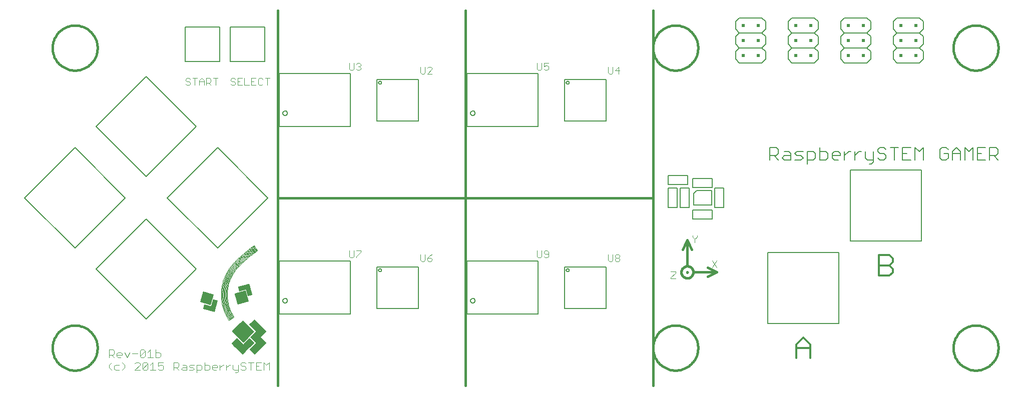
<source format=gto>
G75*
%MOIN*%
%OFA0B0*%
%FSLAX24Y24*%
%IPPOS*%
%LPD*%
%AMOC8*
5,1,8,0,0,1.08239X$1,22.5*
%
%ADD10C,0.0160*%
%ADD11C,0.0018*%
%ADD12C,0.0045*%
%ADD13C,0.0040*%
%ADD14C,0.0070*%
%ADD15C,0.0150*%
%ADD16C,0.0100*%
%ADD17C,0.0120*%
%ADD18C,0.0050*%
%ADD19C,0.0060*%
%ADD20R,0.0200X0.0200*%
D10*
X002609Y002680D02*
X002611Y002757D01*
X002617Y002834D01*
X002627Y002911D01*
X002641Y002987D01*
X002658Y003062D01*
X002680Y003136D01*
X002705Y003209D01*
X002735Y003281D01*
X002767Y003351D01*
X002804Y003419D01*
X002843Y003485D01*
X002886Y003549D01*
X002933Y003611D01*
X002982Y003670D01*
X003035Y003727D01*
X003090Y003781D01*
X003148Y003832D01*
X003209Y003880D01*
X003272Y003925D01*
X003337Y003966D01*
X003404Y004004D01*
X003473Y004039D01*
X003544Y004069D01*
X003616Y004097D01*
X003690Y004120D01*
X003764Y004140D01*
X003840Y004156D01*
X003916Y004168D01*
X003993Y004176D01*
X004070Y004180D01*
X004148Y004180D01*
X004225Y004176D01*
X004302Y004168D01*
X004378Y004156D01*
X004454Y004140D01*
X004528Y004120D01*
X004602Y004097D01*
X004674Y004069D01*
X004745Y004039D01*
X004814Y004004D01*
X004881Y003966D01*
X004946Y003925D01*
X005009Y003880D01*
X005070Y003832D01*
X005128Y003781D01*
X005183Y003727D01*
X005236Y003670D01*
X005285Y003611D01*
X005332Y003549D01*
X005375Y003485D01*
X005414Y003419D01*
X005451Y003351D01*
X005483Y003281D01*
X005513Y003209D01*
X005538Y003136D01*
X005560Y003062D01*
X005577Y002987D01*
X005591Y002911D01*
X005601Y002834D01*
X005607Y002757D01*
X005609Y002680D01*
X005607Y002603D01*
X005601Y002526D01*
X005591Y002449D01*
X005577Y002373D01*
X005560Y002298D01*
X005538Y002224D01*
X005513Y002151D01*
X005483Y002079D01*
X005451Y002009D01*
X005414Y001941D01*
X005375Y001875D01*
X005332Y001811D01*
X005285Y001749D01*
X005236Y001690D01*
X005183Y001633D01*
X005128Y001579D01*
X005070Y001528D01*
X005009Y001480D01*
X004946Y001435D01*
X004881Y001394D01*
X004814Y001356D01*
X004745Y001321D01*
X004674Y001291D01*
X004602Y001263D01*
X004528Y001240D01*
X004454Y001220D01*
X004378Y001204D01*
X004302Y001192D01*
X004225Y001184D01*
X004148Y001180D01*
X004070Y001180D01*
X003993Y001184D01*
X003916Y001192D01*
X003840Y001204D01*
X003764Y001220D01*
X003690Y001240D01*
X003616Y001263D01*
X003544Y001291D01*
X003473Y001321D01*
X003404Y001356D01*
X003337Y001394D01*
X003272Y001435D01*
X003209Y001480D01*
X003148Y001528D01*
X003090Y001579D01*
X003035Y001633D01*
X002982Y001690D01*
X002933Y001749D01*
X002886Y001811D01*
X002843Y001875D01*
X002804Y001941D01*
X002767Y002009D01*
X002735Y002079D01*
X002705Y002151D01*
X002680Y002224D01*
X002658Y002298D01*
X002641Y002373D01*
X002627Y002449D01*
X002617Y002526D01*
X002611Y002603D01*
X002609Y002680D01*
X017609Y000180D02*
X017609Y012680D01*
X042609Y012680D01*
X042609Y000180D01*
X042609Y002680D02*
X042611Y002757D01*
X042617Y002834D01*
X042627Y002911D01*
X042641Y002987D01*
X042658Y003062D01*
X042680Y003136D01*
X042705Y003209D01*
X042735Y003281D01*
X042767Y003351D01*
X042804Y003419D01*
X042843Y003485D01*
X042886Y003549D01*
X042933Y003611D01*
X042982Y003670D01*
X043035Y003727D01*
X043090Y003781D01*
X043148Y003832D01*
X043209Y003880D01*
X043272Y003925D01*
X043337Y003966D01*
X043404Y004004D01*
X043473Y004039D01*
X043544Y004069D01*
X043616Y004097D01*
X043690Y004120D01*
X043764Y004140D01*
X043840Y004156D01*
X043916Y004168D01*
X043993Y004176D01*
X044070Y004180D01*
X044148Y004180D01*
X044225Y004176D01*
X044302Y004168D01*
X044378Y004156D01*
X044454Y004140D01*
X044528Y004120D01*
X044602Y004097D01*
X044674Y004069D01*
X044745Y004039D01*
X044814Y004004D01*
X044881Y003966D01*
X044946Y003925D01*
X045009Y003880D01*
X045070Y003832D01*
X045128Y003781D01*
X045183Y003727D01*
X045236Y003670D01*
X045285Y003611D01*
X045332Y003549D01*
X045375Y003485D01*
X045414Y003419D01*
X045451Y003351D01*
X045483Y003281D01*
X045513Y003209D01*
X045538Y003136D01*
X045560Y003062D01*
X045577Y002987D01*
X045591Y002911D01*
X045601Y002834D01*
X045607Y002757D01*
X045609Y002680D01*
X045607Y002603D01*
X045601Y002526D01*
X045591Y002449D01*
X045577Y002373D01*
X045560Y002298D01*
X045538Y002224D01*
X045513Y002151D01*
X045483Y002079D01*
X045451Y002009D01*
X045414Y001941D01*
X045375Y001875D01*
X045332Y001811D01*
X045285Y001749D01*
X045236Y001690D01*
X045183Y001633D01*
X045128Y001579D01*
X045070Y001528D01*
X045009Y001480D01*
X044946Y001435D01*
X044881Y001394D01*
X044814Y001356D01*
X044745Y001321D01*
X044674Y001291D01*
X044602Y001263D01*
X044528Y001240D01*
X044454Y001220D01*
X044378Y001204D01*
X044302Y001192D01*
X044225Y001184D01*
X044148Y001180D01*
X044070Y001180D01*
X043993Y001184D01*
X043916Y001192D01*
X043840Y001204D01*
X043764Y001220D01*
X043690Y001240D01*
X043616Y001263D01*
X043544Y001291D01*
X043473Y001321D01*
X043404Y001356D01*
X043337Y001394D01*
X043272Y001435D01*
X043209Y001480D01*
X043148Y001528D01*
X043090Y001579D01*
X043035Y001633D01*
X042982Y001690D01*
X042933Y001749D01*
X042886Y001811D01*
X042843Y001875D01*
X042804Y001941D01*
X042767Y002009D01*
X042735Y002079D01*
X042705Y002151D01*
X042680Y002224D01*
X042658Y002298D01*
X042641Y002373D01*
X042627Y002449D01*
X042617Y002526D01*
X042611Y002603D01*
X042609Y002680D01*
X030109Y000180D02*
X030109Y025180D01*
X042609Y025180D02*
X042609Y012680D01*
X017609Y012680D02*
X017609Y025180D01*
X002609Y022680D02*
X002611Y022757D01*
X002617Y022834D01*
X002627Y022911D01*
X002641Y022987D01*
X002658Y023062D01*
X002680Y023136D01*
X002705Y023209D01*
X002735Y023281D01*
X002767Y023351D01*
X002804Y023419D01*
X002843Y023485D01*
X002886Y023549D01*
X002933Y023611D01*
X002982Y023670D01*
X003035Y023727D01*
X003090Y023781D01*
X003148Y023832D01*
X003209Y023880D01*
X003272Y023925D01*
X003337Y023966D01*
X003404Y024004D01*
X003473Y024039D01*
X003544Y024069D01*
X003616Y024097D01*
X003690Y024120D01*
X003764Y024140D01*
X003840Y024156D01*
X003916Y024168D01*
X003993Y024176D01*
X004070Y024180D01*
X004148Y024180D01*
X004225Y024176D01*
X004302Y024168D01*
X004378Y024156D01*
X004454Y024140D01*
X004528Y024120D01*
X004602Y024097D01*
X004674Y024069D01*
X004745Y024039D01*
X004814Y024004D01*
X004881Y023966D01*
X004946Y023925D01*
X005009Y023880D01*
X005070Y023832D01*
X005128Y023781D01*
X005183Y023727D01*
X005236Y023670D01*
X005285Y023611D01*
X005332Y023549D01*
X005375Y023485D01*
X005414Y023419D01*
X005451Y023351D01*
X005483Y023281D01*
X005513Y023209D01*
X005538Y023136D01*
X005560Y023062D01*
X005577Y022987D01*
X005591Y022911D01*
X005601Y022834D01*
X005607Y022757D01*
X005609Y022680D01*
X005607Y022603D01*
X005601Y022526D01*
X005591Y022449D01*
X005577Y022373D01*
X005560Y022298D01*
X005538Y022224D01*
X005513Y022151D01*
X005483Y022079D01*
X005451Y022009D01*
X005414Y021941D01*
X005375Y021875D01*
X005332Y021811D01*
X005285Y021749D01*
X005236Y021690D01*
X005183Y021633D01*
X005128Y021579D01*
X005070Y021528D01*
X005009Y021480D01*
X004946Y021435D01*
X004881Y021394D01*
X004814Y021356D01*
X004745Y021321D01*
X004674Y021291D01*
X004602Y021263D01*
X004528Y021240D01*
X004454Y021220D01*
X004378Y021204D01*
X004302Y021192D01*
X004225Y021184D01*
X004148Y021180D01*
X004070Y021180D01*
X003993Y021184D01*
X003916Y021192D01*
X003840Y021204D01*
X003764Y021220D01*
X003690Y021240D01*
X003616Y021263D01*
X003544Y021291D01*
X003473Y021321D01*
X003404Y021356D01*
X003337Y021394D01*
X003272Y021435D01*
X003209Y021480D01*
X003148Y021528D01*
X003090Y021579D01*
X003035Y021633D01*
X002982Y021690D01*
X002933Y021749D01*
X002886Y021811D01*
X002843Y021875D01*
X002804Y021941D01*
X002767Y022009D01*
X002735Y022079D01*
X002705Y022151D01*
X002680Y022224D01*
X002658Y022298D01*
X002641Y022373D01*
X002627Y022449D01*
X002617Y022526D01*
X002611Y022603D01*
X002609Y022680D01*
X042609Y022680D02*
X042611Y022757D01*
X042617Y022834D01*
X042627Y022911D01*
X042641Y022987D01*
X042658Y023062D01*
X042680Y023136D01*
X042705Y023209D01*
X042735Y023281D01*
X042767Y023351D01*
X042804Y023419D01*
X042843Y023485D01*
X042886Y023549D01*
X042933Y023611D01*
X042982Y023670D01*
X043035Y023727D01*
X043090Y023781D01*
X043148Y023832D01*
X043209Y023880D01*
X043272Y023925D01*
X043337Y023966D01*
X043404Y024004D01*
X043473Y024039D01*
X043544Y024069D01*
X043616Y024097D01*
X043690Y024120D01*
X043764Y024140D01*
X043840Y024156D01*
X043916Y024168D01*
X043993Y024176D01*
X044070Y024180D01*
X044148Y024180D01*
X044225Y024176D01*
X044302Y024168D01*
X044378Y024156D01*
X044454Y024140D01*
X044528Y024120D01*
X044602Y024097D01*
X044674Y024069D01*
X044745Y024039D01*
X044814Y024004D01*
X044881Y023966D01*
X044946Y023925D01*
X045009Y023880D01*
X045070Y023832D01*
X045128Y023781D01*
X045183Y023727D01*
X045236Y023670D01*
X045285Y023611D01*
X045332Y023549D01*
X045375Y023485D01*
X045414Y023419D01*
X045451Y023351D01*
X045483Y023281D01*
X045513Y023209D01*
X045538Y023136D01*
X045560Y023062D01*
X045577Y022987D01*
X045591Y022911D01*
X045601Y022834D01*
X045607Y022757D01*
X045609Y022680D01*
X045607Y022603D01*
X045601Y022526D01*
X045591Y022449D01*
X045577Y022373D01*
X045560Y022298D01*
X045538Y022224D01*
X045513Y022151D01*
X045483Y022079D01*
X045451Y022009D01*
X045414Y021941D01*
X045375Y021875D01*
X045332Y021811D01*
X045285Y021749D01*
X045236Y021690D01*
X045183Y021633D01*
X045128Y021579D01*
X045070Y021528D01*
X045009Y021480D01*
X044946Y021435D01*
X044881Y021394D01*
X044814Y021356D01*
X044745Y021321D01*
X044674Y021291D01*
X044602Y021263D01*
X044528Y021240D01*
X044454Y021220D01*
X044378Y021204D01*
X044302Y021192D01*
X044225Y021184D01*
X044148Y021180D01*
X044070Y021180D01*
X043993Y021184D01*
X043916Y021192D01*
X043840Y021204D01*
X043764Y021220D01*
X043690Y021240D01*
X043616Y021263D01*
X043544Y021291D01*
X043473Y021321D01*
X043404Y021356D01*
X043337Y021394D01*
X043272Y021435D01*
X043209Y021480D01*
X043148Y021528D01*
X043090Y021579D01*
X043035Y021633D01*
X042982Y021690D01*
X042933Y021749D01*
X042886Y021811D01*
X042843Y021875D01*
X042804Y021941D01*
X042767Y022009D01*
X042735Y022079D01*
X042705Y022151D01*
X042680Y022224D01*
X042658Y022298D01*
X042641Y022373D01*
X042627Y022449D01*
X042617Y022526D01*
X042611Y022603D01*
X042609Y022680D01*
X062609Y022680D02*
X062611Y022757D01*
X062617Y022834D01*
X062627Y022911D01*
X062641Y022987D01*
X062658Y023062D01*
X062680Y023136D01*
X062705Y023209D01*
X062735Y023281D01*
X062767Y023351D01*
X062804Y023419D01*
X062843Y023485D01*
X062886Y023549D01*
X062933Y023611D01*
X062982Y023670D01*
X063035Y023727D01*
X063090Y023781D01*
X063148Y023832D01*
X063209Y023880D01*
X063272Y023925D01*
X063337Y023966D01*
X063404Y024004D01*
X063473Y024039D01*
X063544Y024069D01*
X063616Y024097D01*
X063690Y024120D01*
X063764Y024140D01*
X063840Y024156D01*
X063916Y024168D01*
X063993Y024176D01*
X064070Y024180D01*
X064148Y024180D01*
X064225Y024176D01*
X064302Y024168D01*
X064378Y024156D01*
X064454Y024140D01*
X064528Y024120D01*
X064602Y024097D01*
X064674Y024069D01*
X064745Y024039D01*
X064814Y024004D01*
X064881Y023966D01*
X064946Y023925D01*
X065009Y023880D01*
X065070Y023832D01*
X065128Y023781D01*
X065183Y023727D01*
X065236Y023670D01*
X065285Y023611D01*
X065332Y023549D01*
X065375Y023485D01*
X065414Y023419D01*
X065451Y023351D01*
X065483Y023281D01*
X065513Y023209D01*
X065538Y023136D01*
X065560Y023062D01*
X065577Y022987D01*
X065591Y022911D01*
X065601Y022834D01*
X065607Y022757D01*
X065609Y022680D01*
X065607Y022603D01*
X065601Y022526D01*
X065591Y022449D01*
X065577Y022373D01*
X065560Y022298D01*
X065538Y022224D01*
X065513Y022151D01*
X065483Y022079D01*
X065451Y022009D01*
X065414Y021941D01*
X065375Y021875D01*
X065332Y021811D01*
X065285Y021749D01*
X065236Y021690D01*
X065183Y021633D01*
X065128Y021579D01*
X065070Y021528D01*
X065009Y021480D01*
X064946Y021435D01*
X064881Y021394D01*
X064814Y021356D01*
X064745Y021321D01*
X064674Y021291D01*
X064602Y021263D01*
X064528Y021240D01*
X064454Y021220D01*
X064378Y021204D01*
X064302Y021192D01*
X064225Y021184D01*
X064148Y021180D01*
X064070Y021180D01*
X063993Y021184D01*
X063916Y021192D01*
X063840Y021204D01*
X063764Y021220D01*
X063690Y021240D01*
X063616Y021263D01*
X063544Y021291D01*
X063473Y021321D01*
X063404Y021356D01*
X063337Y021394D01*
X063272Y021435D01*
X063209Y021480D01*
X063148Y021528D01*
X063090Y021579D01*
X063035Y021633D01*
X062982Y021690D01*
X062933Y021749D01*
X062886Y021811D01*
X062843Y021875D01*
X062804Y021941D01*
X062767Y022009D01*
X062735Y022079D01*
X062705Y022151D01*
X062680Y022224D01*
X062658Y022298D01*
X062641Y022373D01*
X062627Y022449D01*
X062617Y022526D01*
X062611Y022603D01*
X062609Y022680D01*
X062609Y002680D02*
X062611Y002757D01*
X062617Y002834D01*
X062627Y002911D01*
X062641Y002987D01*
X062658Y003062D01*
X062680Y003136D01*
X062705Y003209D01*
X062735Y003281D01*
X062767Y003351D01*
X062804Y003419D01*
X062843Y003485D01*
X062886Y003549D01*
X062933Y003611D01*
X062982Y003670D01*
X063035Y003727D01*
X063090Y003781D01*
X063148Y003832D01*
X063209Y003880D01*
X063272Y003925D01*
X063337Y003966D01*
X063404Y004004D01*
X063473Y004039D01*
X063544Y004069D01*
X063616Y004097D01*
X063690Y004120D01*
X063764Y004140D01*
X063840Y004156D01*
X063916Y004168D01*
X063993Y004176D01*
X064070Y004180D01*
X064148Y004180D01*
X064225Y004176D01*
X064302Y004168D01*
X064378Y004156D01*
X064454Y004140D01*
X064528Y004120D01*
X064602Y004097D01*
X064674Y004069D01*
X064745Y004039D01*
X064814Y004004D01*
X064881Y003966D01*
X064946Y003925D01*
X065009Y003880D01*
X065070Y003832D01*
X065128Y003781D01*
X065183Y003727D01*
X065236Y003670D01*
X065285Y003611D01*
X065332Y003549D01*
X065375Y003485D01*
X065414Y003419D01*
X065451Y003351D01*
X065483Y003281D01*
X065513Y003209D01*
X065538Y003136D01*
X065560Y003062D01*
X065577Y002987D01*
X065591Y002911D01*
X065601Y002834D01*
X065607Y002757D01*
X065609Y002680D01*
X065607Y002603D01*
X065601Y002526D01*
X065591Y002449D01*
X065577Y002373D01*
X065560Y002298D01*
X065538Y002224D01*
X065513Y002151D01*
X065483Y002079D01*
X065451Y002009D01*
X065414Y001941D01*
X065375Y001875D01*
X065332Y001811D01*
X065285Y001749D01*
X065236Y001690D01*
X065183Y001633D01*
X065128Y001579D01*
X065070Y001528D01*
X065009Y001480D01*
X064946Y001435D01*
X064881Y001394D01*
X064814Y001356D01*
X064745Y001321D01*
X064674Y001291D01*
X064602Y001263D01*
X064528Y001240D01*
X064454Y001220D01*
X064378Y001204D01*
X064302Y001192D01*
X064225Y001184D01*
X064148Y001180D01*
X064070Y001180D01*
X063993Y001184D01*
X063916Y001192D01*
X063840Y001204D01*
X063764Y001220D01*
X063690Y001240D01*
X063616Y001263D01*
X063544Y001291D01*
X063473Y001321D01*
X063404Y001356D01*
X063337Y001394D01*
X063272Y001435D01*
X063209Y001480D01*
X063148Y001528D01*
X063090Y001579D01*
X063035Y001633D01*
X062982Y001690D01*
X062933Y001749D01*
X062886Y001811D01*
X062843Y001875D01*
X062804Y001941D01*
X062767Y002009D01*
X062735Y002079D01*
X062705Y002151D01*
X062680Y002224D01*
X062658Y002298D01*
X062641Y002373D01*
X062627Y002449D01*
X062617Y002526D01*
X062611Y002603D01*
X062609Y002680D01*
D11*
X016826Y003021D02*
X016068Y002263D01*
X015742Y002589D01*
X016394Y002589D01*
X016410Y002605D02*
X015758Y002605D01*
X015742Y002589D02*
X016174Y003021D01*
X015799Y003397D01*
X016174Y003773D01*
X015714Y004233D01*
X016040Y004559D01*
X016826Y003773D01*
X016451Y003397D01*
X016826Y003021D01*
X016823Y003018D02*
X016171Y003018D01*
X016161Y003034D02*
X016813Y003034D01*
X016797Y003051D02*
X016145Y003051D01*
X016128Y003067D02*
X016780Y003067D01*
X016764Y003084D02*
X016112Y003084D01*
X016095Y003100D02*
X016747Y003100D01*
X016731Y003117D02*
X016079Y003117D01*
X016062Y003133D02*
X016714Y003133D01*
X016698Y003150D02*
X016046Y003150D01*
X016029Y003166D02*
X016681Y003166D01*
X016665Y003183D02*
X016013Y003183D01*
X015996Y003199D02*
X016648Y003199D01*
X016632Y003216D02*
X015980Y003216D01*
X015963Y003232D02*
X016615Y003232D01*
X016599Y003249D02*
X015947Y003249D01*
X015930Y003265D02*
X016582Y003265D01*
X016566Y003282D02*
X015914Y003282D01*
X015897Y003298D02*
X016549Y003298D01*
X016533Y003315D02*
X015881Y003315D01*
X015864Y003331D02*
X016516Y003331D01*
X016500Y003348D02*
X015848Y003348D01*
X015831Y003364D02*
X016483Y003364D01*
X016467Y003381D02*
X015815Y003381D01*
X015799Y003397D02*
X016451Y003397D01*
X016468Y003414D02*
X015816Y003414D01*
X015832Y003430D02*
X016484Y003430D01*
X016501Y003447D02*
X015849Y003447D01*
X015865Y003463D02*
X016517Y003463D01*
X016534Y003480D02*
X015882Y003480D01*
X015898Y003496D02*
X016550Y003496D01*
X016567Y003513D02*
X015915Y003513D01*
X015931Y003529D02*
X016583Y003529D01*
X016600Y003546D02*
X015948Y003546D01*
X015964Y003562D02*
X016616Y003562D01*
X016633Y003579D02*
X015981Y003579D01*
X015997Y003595D02*
X016649Y003595D01*
X016666Y003612D02*
X016014Y003612D01*
X016030Y003628D02*
X016682Y003628D01*
X016699Y003645D02*
X016047Y003645D01*
X016063Y003661D02*
X016715Y003661D01*
X016732Y003678D02*
X016080Y003678D01*
X016096Y003694D02*
X016748Y003694D01*
X016765Y003711D02*
X016113Y003711D01*
X016129Y003727D02*
X016781Y003727D01*
X016798Y003744D02*
X016146Y003744D01*
X016162Y003760D02*
X016814Y003760D01*
X016822Y003777D02*
X016170Y003777D01*
X016153Y003793D02*
X016805Y003793D01*
X016789Y003810D02*
X016137Y003810D01*
X016120Y003826D02*
X016772Y003826D01*
X016756Y003843D02*
X016104Y003843D01*
X016087Y003859D02*
X016739Y003859D01*
X016723Y003876D02*
X016071Y003876D01*
X016054Y003892D02*
X016706Y003892D01*
X016690Y003909D02*
X016038Y003909D01*
X016021Y003925D02*
X016673Y003925D01*
X016657Y003942D02*
X016005Y003942D01*
X015988Y003958D02*
X016640Y003958D01*
X016624Y003975D02*
X015972Y003975D01*
X015955Y003991D02*
X016607Y003991D01*
X016591Y004008D02*
X015939Y004008D01*
X015922Y004024D02*
X016574Y004024D01*
X016558Y004041D02*
X015906Y004041D01*
X015889Y004057D02*
X016541Y004057D01*
X016525Y004074D02*
X015873Y004074D01*
X015856Y004090D02*
X016508Y004090D01*
X016492Y004107D02*
X015840Y004107D01*
X015823Y004123D02*
X016475Y004123D01*
X016459Y004140D02*
X015807Y004140D01*
X015790Y004156D02*
X016442Y004156D01*
X016426Y004173D02*
X015774Y004173D01*
X015757Y004189D02*
X016409Y004189D01*
X016393Y004206D02*
X015741Y004206D01*
X015724Y004222D02*
X016376Y004222D01*
X016360Y004239D02*
X015719Y004239D01*
X015736Y004255D02*
X016343Y004255D01*
X016327Y004272D02*
X015752Y004272D01*
X015769Y004288D02*
X016310Y004288D01*
X016294Y004305D02*
X015785Y004305D01*
X015802Y004321D02*
X016277Y004321D01*
X016261Y004338D02*
X015818Y004338D01*
X015835Y004354D02*
X016244Y004354D01*
X016228Y004371D02*
X015851Y004371D01*
X015868Y004387D02*
X016211Y004387D01*
X016195Y004404D02*
X015884Y004404D01*
X015901Y004420D02*
X016178Y004420D01*
X016162Y004437D02*
X015917Y004437D01*
X015934Y004453D02*
X016145Y004453D01*
X016129Y004470D02*
X015950Y004470D01*
X015967Y004486D02*
X016112Y004486D01*
X016096Y004503D02*
X015983Y004503D01*
X016000Y004519D02*
X016079Y004519D01*
X016063Y004536D02*
X016016Y004536D01*
X016033Y004552D02*
X016046Y004552D01*
X015635Y004156D02*
X014932Y004156D01*
X014915Y004140D02*
X015651Y004140D01*
X015668Y004123D02*
X014899Y004123D01*
X014882Y004107D02*
X015684Y004107D01*
X015701Y004090D02*
X014866Y004090D01*
X014849Y004074D02*
X015717Y004074D01*
X015734Y004057D02*
X014833Y004057D01*
X014816Y004041D02*
X015750Y004041D01*
X015767Y004024D02*
X014800Y004024D01*
X014783Y004008D02*
X015783Y004008D01*
X015800Y003991D02*
X014767Y003991D01*
X014750Y003975D02*
X015816Y003975D01*
X015833Y003958D02*
X014734Y003958D01*
X014718Y003942D02*
X015849Y003942D01*
X015866Y003925D02*
X014701Y003925D01*
X014685Y003909D02*
X015882Y003909D01*
X015898Y003892D02*
X014668Y003892D01*
X014652Y003876D02*
X015915Y003876D01*
X015931Y003859D02*
X014635Y003859D01*
X014619Y003843D02*
X015948Y003843D01*
X015964Y003826D02*
X014602Y003826D01*
X014586Y003810D02*
X015981Y003810D01*
X015997Y003793D02*
X014584Y003793D01*
X014577Y003801D02*
X015318Y003056D01*
X016018Y003773D01*
X015283Y004508D01*
X014577Y003801D01*
X014600Y003777D02*
X016014Y003777D01*
X016007Y003760D02*
X014617Y003760D01*
X014633Y003744D02*
X015990Y003744D01*
X015974Y003727D02*
X014650Y003727D01*
X014666Y003711D02*
X015958Y003711D01*
X015942Y003694D02*
X014683Y003694D01*
X014699Y003678D02*
X015926Y003678D01*
X015910Y003661D02*
X014716Y003661D01*
X014732Y003645D02*
X015894Y003645D01*
X015878Y003628D02*
X014748Y003628D01*
X014765Y003612D02*
X015861Y003612D01*
X015845Y003595D02*
X014781Y003595D01*
X014798Y003579D02*
X015829Y003579D01*
X015813Y003562D02*
X014814Y003562D01*
X014831Y003546D02*
X015797Y003546D01*
X015781Y003529D02*
X014847Y003529D01*
X014863Y003513D02*
X015765Y003513D01*
X015749Y003496D02*
X014880Y003496D01*
X014896Y003480D02*
X015732Y003480D01*
X015716Y003463D02*
X014913Y003463D01*
X014929Y003447D02*
X015700Y003447D01*
X015684Y003430D02*
X014946Y003430D01*
X014962Y003414D02*
X015668Y003414D01*
X015652Y003397D02*
X014979Y003397D01*
X014995Y003381D02*
X015636Y003381D01*
X015620Y003364D02*
X015011Y003364D01*
X015028Y003348D02*
X015604Y003348D01*
X015587Y003331D02*
X015044Y003331D01*
X015061Y003315D02*
X015571Y003315D01*
X015555Y003298D02*
X015077Y003298D01*
X015094Y003282D02*
X015539Y003282D01*
X015523Y003265D02*
X015110Y003265D01*
X015126Y003249D02*
X015507Y003249D01*
X015491Y003232D02*
X015143Y003232D01*
X015159Y003216D02*
X015475Y003216D01*
X015458Y003199D02*
X015176Y003199D01*
X015192Y003183D02*
X015442Y003183D01*
X015426Y003166D02*
X015209Y003166D01*
X015225Y003150D02*
X015410Y003150D01*
X015394Y003133D02*
X015242Y003133D01*
X015258Y003117D02*
X015378Y003117D01*
X015362Y003100D02*
X015274Y003100D01*
X015291Y003084D02*
X015346Y003084D01*
X015329Y003067D02*
X015307Y003067D01*
X015230Y003001D02*
X014567Y003001D01*
X014550Y002985D02*
X015247Y002985D01*
X015263Y002968D02*
X014555Y002968D01*
X014544Y002979D02*
X014899Y003333D01*
X015317Y002915D01*
X015721Y003319D01*
X016018Y003021D01*
X015260Y002263D01*
X014544Y002979D01*
X014571Y002952D02*
X015280Y002952D01*
X015296Y002935D02*
X014588Y002935D01*
X014604Y002919D02*
X015313Y002919D01*
X015321Y002919D02*
X015916Y002919D01*
X015932Y002935D02*
X015337Y002935D01*
X015354Y002952D02*
X015949Y002952D01*
X015965Y002968D02*
X015370Y002968D01*
X015387Y002985D02*
X015982Y002985D01*
X015998Y003001D02*
X015403Y003001D01*
X015420Y003018D02*
X016015Y003018D01*
X016005Y003034D02*
X015436Y003034D01*
X015453Y003051D02*
X015989Y003051D01*
X015972Y003067D02*
X015469Y003067D01*
X015486Y003084D02*
X015956Y003084D01*
X015939Y003100D02*
X015502Y003100D01*
X015519Y003117D02*
X015923Y003117D01*
X015906Y003133D02*
X015535Y003133D01*
X015552Y003150D02*
X015890Y003150D01*
X015873Y003166D02*
X015568Y003166D01*
X015585Y003183D02*
X015857Y003183D01*
X015840Y003199D02*
X015601Y003199D01*
X015618Y003216D02*
X015824Y003216D01*
X015807Y003232D02*
X015634Y003232D01*
X015651Y003249D02*
X015791Y003249D01*
X015774Y003265D02*
X015667Y003265D01*
X015684Y003282D02*
X015758Y003282D01*
X015741Y003298D02*
X015700Y003298D01*
X015717Y003315D02*
X015725Y003315D01*
X015181Y003051D02*
X014616Y003051D01*
X014600Y003034D02*
X015197Y003034D01*
X015214Y003018D02*
X014583Y003018D01*
X014633Y003067D02*
X015164Y003067D01*
X015148Y003084D02*
X014649Y003084D01*
X014666Y003100D02*
X015131Y003100D01*
X015115Y003117D02*
X014682Y003117D01*
X014699Y003133D02*
X015098Y003133D01*
X015082Y003150D02*
X014715Y003150D01*
X014732Y003166D02*
X015065Y003166D01*
X015049Y003183D02*
X014748Y003183D01*
X014765Y003199D02*
X015032Y003199D01*
X015016Y003216D02*
X014781Y003216D01*
X014798Y003232D02*
X014999Y003232D01*
X014983Y003249D02*
X014814Y003249D01*
X014831Y003265D02*
X014966Y003265D01*
X014950Y003282D02*
X014847Y003282D01*
X014864Y003298D02*
X014933Y003298D01*
X014917Y003315D02*
X014880Y003315D01*
X014897Y003331D02*
X014900Y003331D01*
X014621Y002902D02*
X015899Y002902D01*
X015883Y002886D02*
X014637Y002886D01*
X014654Y002869D02*
X015866Y002869D01*
X015850Y002853D02*
X014670Y002853D01*
X014687Y002836D02*
X015833Y002836D01*
X015817Y002820D02*
X014703Y002820D01*
X014720Y002803D02*
X015800Y002803D01*
X015784Y002787D02*
X014736Y002787D01*
X014753Y002770D02*
X015767Y002770D01*
X015751Y002754D02*
X014769Y002754D01*
X014786Y002737D02*
X015734Y002737D01*
X015718Y002721D02*
X014802Y002721D01*
X014819Y002704D02*
X015701Y002704D01*
X015685Y002688D02*
X014835Y002688D01*
X014852Y002671D02*
X015668Y002671D01*
X015652Y002655D02*
X014868Y002655D01*
X014885Y002638D02*
X015635Y002638D01*
X015619Y002622D02*
X014901Y002622D01*
X014918Y002605D02*
X015602Y002605D01*
X015586Y002589D02*
X014934Y002589D01*
X014951Y002572D02*
X015569Y002572D01*
X015553Y002556D02*
X014967Y002556D01*
X014984Y002539D02*
X015536Y002539D01*
X015520Y002523D02*
X015000Y002523D01*
X015017Y002506D02*
X015503Y002506D01*
X015487Y002490D02*
X015033Y002490D01*
X015050Y002473D02*
X015470Y002473D01*
X015454Y002457D02*
X015066Y002457D01*
X015083Y002440D02*
X015437Y002440D01*
X015421Y002424D02*
X015099Y002424D01*
X015116Y002407D02*
X015404Y002407D01*
X015388Y002391D02*
X015132Y002391D01*
X015149Y002374D02*
X015371Y002374D01*
X015355Y002358D02*
X015165Y002358D01*
X015182Y002341D02*
X015338Y002341D01*
X015322Y002325D02*
X015198Y002325D01*
X015215Y002308D02*
X015305Y002308D01*
X015289Y002292D02*
X015231Y002292D01*
X015248Y002275D02*
X015272Y002275D01*
X015808Y002523D02*
X016328Y002523D01*
X016344Y002539D02*
X015792Y002539D01*
X015775Y002556D02*
X016361Y002556D01*
X016377Y002572D02*
X015759Y002572D01*
X015775Y002622D02*
X016427Y002622D01*
X016443Y002638D02*
X015791Y002638D01*
X015808Y002655D02*
X016460Y002655D01*
X016476Y002671D02*
X015824Y002671D01*
X015841Y002688D02*
X016493Y002688D01*
X016509Y002704D02*
X015857Y002704D01*
X015874Y002721D02*
X016526Y002721D01*
X016542Y002737D02*
X015890Y002737D01*
X015907Y002754D02*
X016559Y002754D01*
X016575Y002770D02*
X015923Y002770D01*
X015940Y002787D02*
X016592Y002787D01*
X016608Y002803D02*
X015956Y002803D01*
X015973Y002820D02*
X016625Y002820D01*
X016641Y002836D02*
X015989Y002836D01*
X016006Y002853D02*
X016658Y002853D01*
X016674Y002869D02*
X016022Y002869D01*
X016039Y002886D02*
X016691Y002886D01*
X016707Y002902D02*
X016055Y002902D01*
X016072Y002919D02*
X016724Y002919D01*
X016740Y002935D02*
X016088Y002935D01*
X016105Y002952D02*
X016757Y002952D01*
X016773Y002968D02*
X016121Y002968D01*
X016138Y002985D02*
X016790Y002985D01*
X016806Y003001D02*
X016154Y003001D01*
X016311Y002506D02*
X015825Y002506D01*
X015841Y002490D02*
X016295Y002490D01*
X016278Y002473D02*
X015858Y002473D01*
X015874Y002457D02*
X016262Y002457D01*
X016245Y002440D02*
X015891Y002440D01*
X015907Y002424D02*
X016229Y002424D01*
X016212Y002407D02*
X015924Y002407D01*
X015940Y002391D02*
X016196Y002391D01*
X016179Y002374D02*
X015957Y002374D01*
X015973Y002358D02*
X016163Y002358D01*
X016146Y002341D02*
X015990Y002341D01*
X016006Y002325D02*
X016130Y002325D01*
X016113Y002308D02*
X016023Y002308D01*
X016039Y002292D02*
X016097Y002292D01*
X016080Y002275D02*
X016056Y002275D01*
X015618Y004173D02*
X014948Y004173D01*
X014965Y004189D02*
X015602Y004189D01*
X015585Y004206D02*
X014981Y004206D01*
X014998Y004222D02*
X015569Y004222D01*
X015552Y004239D02*
X015014Y004239D01*
X015031Y004255D02*
X015536Y004255D01*
X015519Y004272D02*
X015047Y004272D01*
X015064Y004288D02*
X015503Y004288D01*
X015486Y004305D02*
X015080Y004305D01*
X015096Y004321D02*
X015470Y004321D01*
X015453Y004338D02*
X015113Y004338D01*
X015129Y004354D02*
X015437Y004354D01*
X015420Y004371D02*
X015146Y004371D01*
X015162Y004387D02*
X015404Y004387D01*
X015387Y004404D02*
X015179Y004404D01*
X015195Y004420D02*
X015371Y004420D01*
X015354Y004437D02*
X015212Y004437D01*
X015228Y004453D02*
X015338Y004453D01*
X015321Y004470D02*
X015245Y004470D01*
X015261Y004486D02*
X015305Y004486D01*
X015288Y004503D02*
X015278Y004503D01*
X013375Y005119D02*
X013573Y005828D01*
X013304Y005899D01*
X013177Y005452D01*
X012730Y005580D01*
X012652Y005310D01*
X013375Y005119D01*
X013378Y005130D02*
X013334Y005130D01*
X013383Y005146D02*
X013271Y005146D01*
X013209Y005163D02*
X013387Y005163D01*
X013392Y005179D02*
X013147Y005179D01*
X013084Y005196D02*
X013397Y005196D01*
X013401Y005212D02*
X013022Y005212D01*
X012960Y005229D02*
X013406Y005229D01*
X013410Y005245D02*
X012897Y005245D01*
X012835Y005262D02*
X013415Y005262D01*
X013420Y005278D02*
X012773Y005278D01*
X012710Y005295D02*
X013424Y005295D01*
X013429Y005311D02*
X012653Y005311D01*
X012657Y005328D02*
X013434Y005328D01*
X013438Y005344D02*
X012662Y005344D01*
X012667Y005361D02*
X013443Y005361D01*
X013447Y005377D02*
X012672Y005377D01*
X012676Y005394D02*
X013452Y005394D01*
X013457Y005410D02*
X012681Y005410D01*
X012686Y005427D02*
X013461Y005427D01*
X013466Y005443D02*
X012691Y005443D01*
X012696Y005460D02*
X013149Y005460D01*
X013179Y005460D02*
X013470Y005460D01*
X013475Y005476D02*
X013184Y005476D01*
X013188Y005493D02*
X013480Y005493D01*
X013484Y005509D02*
X013193Y005509D01*
X013198Y005526D02*
X013489Y005526D01*
X013494Y005542D02*
X013202Y005542D01*
X013207Y005559D02*
X013498Y005559D01*
X013503Y005575D02*
X013212Y005575D01*
X013217Y005592D02*
X013507Y005592D01*
X013512Y005608D02*
X013221Y005608D01*
X013226Y005625D02*
X013517Y005625D01*
X013521Y005641D02*
X013231Y005641D01*
X013235Y005658D02*
X013526Y005658D01*
X013531Y005674D02*
X013240Y005674D01*
X013245Y005691D02*
X013535Y005691D01*
X013540Y005707D02*
X013250Y005707D01*
X013254Y005724D02*
X013544Y005724D01*
X013549Y005740D02*
X013259Y005740D01*
X013264Y005757D02*
X013554Y005757D01*
X013558Y005773D02*
X013268Y005773D01*
X013273Y005790D02*
X013563Y005790D01*
X013568Y005806D02*
X013278Y005806D01*
X013283Y005823D02*
X013572Y005823D01*
X013529Y005839D02*
X013287Y005839D01*
X013292Y005856D02*
X013466Y005856D01*
X013403Y005872D02*
X013297Y005872D01*
X013301Y005889D02*
X013341Y005889D01*
X013220Y005922D02*
X012499Y005922D01*
X012495Y005905D02*
X013216Y005905D01*
X013211Y005889D02*
X012490Y005889D01*
X012486Y005872D02*
X013207Y005872D01*
X013202Y005856D02*
X012481Y005856D01*
X012477Y005839D02*
X013198Y005839D01*
X013193Y005823D02*
X012472Y005823D01*
X012468Y005806D02*
X013189Y005806D01*
X013184Y005790D02*
X012463Y005790D01*
X012458Y005773D02*
X013179Y005773D01*
X013175Y005757D02*
X012454Y005757D01*
X012638Y006423D01*
X013304Y006224D01*
X013120Y005558D01*
X012454Y005757D01*
X012509Y005740D02*
X013170Y005740D01*
X013166Y005724D02*
X012564Y005724D01*
X012619Y005707D02*
X013161Y005707D01*
X013157Y005691D02*
X012675Y005691D01*
X012730Y005674D02*
X013152Y005674D01*
X013147Y005658D02*
X012786Y005658D01*
X012841Y005641D02*
X013143Y005641D01*
X013138Y005625D02*
X012896Y005625D01*
X012952Y005608D02*
X013134Y005608D01*
X013129Y005592D02*
X013007Y005592D01*
X013063Y005575D02*
X013125Y005575D01*
X013120Y005559D02*
X013118Y005559D01*
X013091Y005476D02*
X012700Y005476D01*
X012705Y005493D02*
X013034Y005493D01*
X012976Y005509D02*
X012710Y005509D01*
X012715Y005526D02*
X012918Y005526D01*
X012860Y005542D02*
X012719Y005542D01*
X012724Y005559D02*
X012803Y005559D01*
X012745Y005575D02*
X012729Y005575D01*
X012504Y005938D02*
X013225Y005938D01*
X013230Y005955D02*
X012509Y005955D01*
X012513Y005971D02*
X013234Y005971D01*
X013239Y005988D02*
X012518Y005988D01*
X012522Y006004D02*
X013243Y006004D01*
X013248Y006021D02*
X012527Y006021D01*
X012531Y006037D02*
X013252Y006037D01*
X013257Y006054D02*
X012536Y006054D01*
X012541Y006070D02*
X013262Y006070D01*
X013266Y006087D02*
X012545Y006087D01*
X012550Y006103D02*
X013271Y006103D01*
X013275Y006120D02*
X012554Y006120D01*
X012559Y006136D02*
X013280Y006136D01*
X013284Y006153D02*
X012563Y006153D01*
X012568Y006169D02*
X013289Y006169D01*
X013293Y006186D02*
X012572Y006186D01*
X012577Y006202D02*
X013298Y006202D01*
X013303Y006219D02*
X012582Y006219D01*
X012586Y006235D02*
X013268Y006235D01*
X013212Y006252D02*
X012591Y006252D01*
X012595Y006268D02*
X013157Y006268D01*
X013101Y006285D02*
X012600Y006285D01*
X012604Y006301D02*
X013046Y006301D01*
X012991Y006318D02*
X012609Y006318D01*
X012614Y006334D02*
X012935Y006334D01*
X012880Y006351D02*
X012618Y006351D01*
X012623Y006367D02*
X012824Y006367D01*
X012769Y006384D02*
X012627Y006384D01*
X012632Y006400D02*
X012714Y006400D01*
X012658Y006417D02*
X012636Y006417D01*
X014743Y006317D02*
X014941Y005594D01*
X015643Y005792D01*
X015444Y006515D01*
X014743Y006317D01*
X014747Y006318D02*
X015498Y006318D01*
X015494Y006334D02*
X014806Y006334D01*
X014864Y006351D02*
X015489Y006351D01*
X015485Y006367D02*
X014922Y006367D01*
X014981Y006384D02*
X015480Y006384D01*
X015476Y006400D02*
X015039Y006400D01*
X015097Y006417D02*
X015471Y006417D01*
X015467Y006433D02*
X015156Y006433D01*
X015214Y006450D02*
X015462Y006450D01*
X015458Y006466D02*
X015272Y006466D01*
X015331Y006483D02*
X015453Y006483D01*
X015449Y006499D02*
X015389Y006499D01*
X015353Y006565D02*
X015026Y006565D01*
X015030Y006549D02*
X015294Y006549D01*
X015235Y006532D02*
X015034Y006532D01*
X015038Y006516D02*
X015177Y006516D01*
X015118Y006499D02*
X015043Y006499D01*
X015047Y006483D02*
X015059Y006483D01*
X015047Y006480D02*
X015501Y006607D01*
X015621Y006168D01*
X015891Y006246D01*
X015692Y006954D01*
X014977Y006763D01*
X015047Y006480D01*
X015022Y006582D02*
X015411Y006582D01*
X015470Y006598D02*
X015018Y006598D01*
X015014Y006615D02*
X015787Y006615D01*
X015783Y006631D02*
X015010Y006631D01*
X015005Y006648D02*
X015778Y006648D01*
X015774Y006664D02*
X015001Y006664D01*
X014997Y006681D02*
X015769Y006681D01*
X015764Y006697D02*
X014993Y006697D01*
X014989Y006714D02*
X015760Y006714D01*
X015755Y006730D02*
X014985Y006730D01*
X014981Y006747D02*
X015750Y006747D01*
X015746Y006763D02*
X014978Y006763D01*
X015040Y006780D02*
X015741Y006780D01*
X015737Y006796D02*
X015101Y006796D01*
X015163Y006813D02*
X015732Y006813D01*
X015727Y006829D02*
X015225Y006829D01*
X015286Y006846D02*
X015723Y006846D01*
X015718Y006862D02*
X015348Y006862D01*
X015410Y006879D02*
X015713Y006879D01*
X015709Y006895D02*
X015472Y006895D01*
X015533Y006912D02*
X015704Y006912D01*
X015700Y006928D02*
X015595Y006928D01*
X015657Y006945D02*
X015695Y006945D01*
X015792Y006598D02*
X015503Y006598D01*
X015508Y006582D02*
X015797Y006582D01*
X015801Y006565D02*
X015512Y006565D01*
X015517Y006549D02*
X015806Y006549D01*
X015811Y006532D02*
X015522Y006532D01*
X015526Y006516D02*
X015815Y006516D01*
X015820Y006499D02*
X015531Y006499D01*
X015535Y006483D02*
X015824Y006483D01*
X015829Y006466D02*
X015540Y006466D01*
X015544Y006450D02*
X015834Y006450D01*
X015838Y006433D02*
X015549Y006433D01*
X015553Y006417D02*
X015843Y006417D01*
X015847Y006400D02*
X015558Y006400D01*
X015562Y006384D02*
X015852Y006384D01*
X015857Y006367D02*
X015567Y006367D01*
X015571Y006351D02*
X015861Y006351D01*
X015866Y006334D02*
X015576Y006334D01*
X015580Y006318D02*
X015871Y006318D01*
X015875Y006301D02*
X015585Y006301D01*
X015589Y006285D02*
X015880Y006285D01*
X015884Y006268D02*
X015594Y006268D01*
X015598Y006252D02*
X015889Y006252D01*
X015855Y006235D02*
X015603Y006235D01*
X015607Y006219D02*
X015798Y006219D01*
X015741Y006202D02*
X015612Y006202D01*
X015617Y006186D02*
X015684Y006186D01*
X015627Y006169D02*
X015621Y006169D01*
X015544Y006153D02*
X014788Y006153D01*
X014783Y006169D02*
X015539Y006169D01*
X015535Y006186D02*
X014779Y006186D01*
X014774Y006202D02*
X015530Y006202D01*
X015526Y006219D02*
X014770Y006219D01*
X014765Y006235D02*
X015521Y006235D01*
X015517Y006252D02*
X014761Y006252D01*
X014756Y006268D02*
X015512Y006268D01*
X015507Y006285D02*
X014751Y006285D01*
X014747Y006301D02*
X015503Y006301D01*
X015548Y006136D02*
X014792Y006136D01*
X014797Y006120D02*
X015553Y006120D01*
X015557Y006103D02*
X014801Y006103D01*
X014806Y006087D02*
X015562Y006087D01*
X015566Y006070D02*
X014810Y006070D01*
X014815Y006054D02*
X015571Y006054D01*
X015575Y006037D02*
X014819Y006037D01*
X014824Y006021D02*
X015580Y006021D01*
X015584Y006004D02*
X014828Y006004D01*
X014833Y005988D02*
X015589Y005988D01*
X015594Y005971D02*
X014838Y005971D01*
X014842Y005955D02*
X015598Y005955D01*
X015603Y005938D02*
X014847Y005938D01*
X014851Y005922D02*
X015607Y005922D01*
X015612Y005905D02*
X014856Y005905D01*
X014860Y005889D02*
X015616Y005889D01*
X015621Y005872D02*
X014865Y005872D01*
X014869Y005856D02*
X015625Y005856D01*
X015630Y005839D02*
X014874Y005839D01*
X014878Y005823D02*
X015634Y005823D01*
X015639Y005806D02*
X014883Y005806D01*
X014887Y005790D02*
X015635Y005790D01*
X015576Y005773D02*
X014892Y005773D01*
X014896Y005757D02*
X015518Y005757D01*
X015460Y005740D02*
X014901Y005740D01*
X014905Y005724D02*
X015401Y005724D01*
X015343Y005707D02*
X014910Y005707D01*
X014915Y005691D02*
X015285Y005691D01*
X015226Y005674D02*
X014919Y005674D01*
X014924Y005658D02*
X015168Y005658D01*
X015110Y005641D02*
X014928Y005641D01*
X014933Y005625D02*
X015051Y005625D01*
X014993Y005608D02*
X014937Y005608D01*
D12*
X014746Y008410D02*
X015032Y008117D01*
X015032Y008118D02*
X014961Y008045D01*
X014893Y007969D01*
X014828Y007890D01*
X014766Y007809D01*
X014707Y007726D01*
X014652Y007641D01*
X014599Y007553D01*
X014550Y007464D01*
X014505Y007373D01*
X014463Y007280D01*
X014425Y007185D01*
X014390Y007089D01*
X014359Y006992D01*
X014332Y006894D01*
X014308Y006795D01*
X014289Y006695D01*
X014273Y006594D01*
X014261Y006493D01*
X014253Y006392D01*
X014249Y006290D01*
X014248Y006188D01*
X014252Y006086D01*
X014260Y005984D01*
X014271Y005883D01*
X014286Y005782D01*
X014305Y005682D01*
X014328Y005583D01*
X014355Y005485D01*
X014386Y005387D01*
X014420Y005291D01*
X014458Y005197D01*
X014499Y005104D01*
X014544Y005012D01*
X014593Y004923D01*
X014645Y004835D01*
X014700Y004749D01*
X014363Y004519D01*
X014362Y004518D01*
X014303Y004609D01*
X014247Y004703D01*
X014195Y004798D01*
X014146Y004895D01*
X014100Y004994D01*
X014058Y005094D01*
X014019Y005196D01*
X013984Y005299D01*
X013953Y005403D01*
X013926Y005508D01*
X013902Y005614D01*
X013882Y005721D01*
X013866Y005828D01*
X013853Y005936D01*
X013845Y006045D01*
X013840Y006153D01*
X013839Y006262D01*
X013842Y006371D01*
X013849Y006479D01*
X013860Y006587D01*
X013874Y006695D01*
X013892Y006802D01*
X013915Y006909D01*
X013940Y007014D01*
X013970Y007119D01*
X014003Y007222D01*
X014040Y007325D01*
X014081Y007426D01*
X014125Y007525D01*
X014172Y007623D01*
X014223Y007719D01*
X014278Y007813D01*
X014335Y007905D01*
X014396Y007995D01*
X014460Y008083D01*
X014527Y008169D01*
X014597Y008252D01*
X014670Y008332D01*
X014746Y008410D01*
X014775Y008380D01*
X014701Y008303D01*
X014629Y008224D01*
X014560Y008142D01*
X014493Y008057D01*
X014430Y007971D01*
X014370Y007882D01*
X014313Y007791D01*
X014260Y007698D01*
X014210Y007604D01*
X014163Y007507D01*
X014119Y007409D01*
X014079Y007310D01*
X014043Y007209D01*
X014010Y007107D01*
X013981Y007004D01*
X013955Y006899D01*
X013934Y006794D01*
X013916Y006689D01*
X013901Y006582D01*
X013891Y006476D01*
X013884Y006369D01*
X013881Y006262D01*
X013882Y006154D01*
X013887Y006047D01*
X013895Y005940D01*
X013907Y005834D01*
X013923Y005728D01*
X013943Y005622D01*
X013966Y005518D01*
X013994Y005414D01*
X014024Y005311D01*
X014059Y005210D01*
X014097Y005110D01*
X014138Y005011D01*
X014183Y004913D01*
X014232Y004818D01*
X014283Y004724D01*
X014338Y004632D01*
X014397Y004542D01*
X014431Y004566D01*
X014372Y004657D01*
X014317Y004750D01*
X014265Y004845D01*
X014216Y004942D01*
X014171Y005041D01*
X014130Y005141D01*
X014092Y005243D01*
X014058Y005346D01*
X014027Y005450D01*
X014001Y005555D01*
X013978Y005661D01*
X013959Y005768D01*
X013944Y005875D01*
X013933Y005983D01*
X013926Y006092D01*
X013923Y006200D01*
X013924Y006309D01*
X013929Y006417D01*
X013937Y006525D01*
X013950Y006633D01*
X013967Y006740D01*
X013987Y006847D01*
X014011Y006952D01*
X014039Y007057D01*
X014071Y007161D01*
X014107Y007263D01*
X014146Y007364D01*
X014189Y007464D01*
X014236Y007562D01*
X014286Y007658D01*
X014339Y007753D01*
X014396Y007845D01*
X014457Y007935D01*
X014520Y008023D01*
X014587Y008109D01*
X014656Y008192D01*
X014729Y008272D01*
X014805Y008350D01*
X014834Y008320D01*
X014760Y008243D01*
X014688Y008164D01*
X014619Y008082D01*
X014554Y007998D01*
X014491Y007911D01*
X014432Y007822D01*
X014375Y007731D01*
X014323Y007638D01*
X014273Y007543D01*
X014227Y007447D01*
X014185Y007348D01*
X014146Y007249D01*
X014111Y007148D01*
X014080Y007045D01*
X014052Y006942D01*
X014028Y006838D01*
X014008Y006733D01*
X013992Y006627D01*
X013979Y006521D01*
X013971Y006414D01*
X013966Y006307D01*
X013965Y006201D01*
X013968Y006094D01*
X013975Y005987D01*
X013986Y005881D01*
X014001Y005775D01*
X014019Y005669D01*
X014042Y005565D01*
X014068Y005461D01*
X014098Y005358D01*
X014131Y005257D01*
X014169Y005156D01*
X014209Y005058D01*
X014254Y004960D01*
X014302Y004865D01*
X014353Y004771D01*
X014408Y004679D01*
X014466Y004589D01*
X014501Y004613D01*
X014444Y004702D01*
X014390Y004792D01*
X014339Y004885D01*
X014292Y004979D01*
X014248Y005075D01*
X014208Y005172D01*
X014171Y005271D01*
X014138Y005371D01*
X014108Y005472D01*
X014083Y005574D01*
X014061Y005677D01*
X014042Y005781D01*
X014028Y005886D01*
X014017Y005990D01*
X014010Y006096D01*
X014007Y006201D01*
X014008Y006306D01*
X014013Y006412D01*
X014021Y006517D01*
X014033Y006621D01*
X014049Y006726D01*
X014069Y006829D01*
X014093Y006932D01*
X014120Y007034D01*
X014151Y007134D01*
X014186Y007234D01*
X014224Y007332D01*
X014265Y007429D01*
X014311Y007524D01*
X014359Y007618D01*
X014411Y007709D01*
X014467Y007799D01*
X014525Y007887D01*
X014587Y007972D01*
X014652Y008055D01*
X014719Y008136D01*
X014790Y008214D01*
X014863Y008290D01*
X014893Y008260D01*
X014819Y008183D01*
X014747Y008104D01*
X014679Y008022D01*
X014614Y007938D01*
X014552Y007851D01*
X014493Y007762D01*
X014437Y007671D01*
X014386Y007578D01*
X014337Y007483D01*
X014292Y007386D01*
X014251Y007288D01*
X014213Y007188D01*
X014180Y007087D01*
X014150Y006984D01*
X014124Y006881D01*
X014101Y006776D01*
X014083Y006671D01*
X014069Y006566D01*
X014058Y006460D01*
X014052Y006353D01*
X014049Y006246D01*
X014050Y006140D01*
X014056Y006033D01*
X014065Y005927D01*
X014079Y005821D01*
X014096Y005716D01*
X014117Y005611D01*
X014142Y005508D01*
X014171Y005405D01*
X014204Y005304D01*
X014240Y005203D01*
X014281Y005105D01*
X014325Y005007D01*
X014372Y004912D01*
X014423Y004818D01*
X014478Y004726D01*
X014535Y004637D01*
X014570Y004660D01*
X014513Y004749D01*
X014459Y004839D01*
X014409Y004931D01*
X014362Y005026D01*
X014319Y005121D01*
X014280Y005219D01*
X014244Y005317D01*
X014211Y005417D01*
X014183Y005519D01*
X014158Y005621D01*
X014137Y005724D01*
X014120Y005827D01*
X014107Y005932D01*
X014098Y006036D01*
X014092Y006141D01*
X014091Y006246D01*
X014094Y006351D01*
X014100Y006456D01*
X014110Y006561D01*
X014124Y006665D01*
X014143Y006768D01*
X014164Y006871D01*
X014190Y006973D01*
X014220Y007074D01*
X014253Y007174D01*
X014290Y007272D01*
X014331Y007369D01*
X014375Y007464D01*
X014423Y007558D01*
X014474Y007650D01*
X014528Y007739D01*
X014586Y007827D01*
X014647Y007913D01*
X014711Y007996D01*
X014779Y008076D01*
X014849Y008155D01*
X014922Y008230D01*
X014952Y008200D01*
X014880Y008126D01*
X014810Y008049D01*
X014744Y007969D01*
X014681Y007887D01*
X014621Y007803D01*
X014564Y007717D01*
X014510Y007628D01*
X014459Y007538D01*
X014412Y007446D01*
X014369Y007352D01*
X014329Y007256D01*
X014293Y007159D01*
X014260Y007061D01*
X014231Y006962D01*
X014205Y006862D01*
X014184Y006760D01*
X014166Y006658D01*
X014152Y006556D01*
X014142Y006453D01*
X014135Y006350D01*
X014133Y006246D01*
X014134Y006143D01*
X014140Y006039D01*
X014149Y005936D01*
X014162Y005833D01*
X014179Y005731D01*
X014199Y005630D01*
X014223Y005529D01*
X014252Y005430D01*
X014283Y005331D01*
X014319Y005234D01*
X014358Y005138D01*
X014400Y005044D01*
X014446Y004951D01*
X014496Y004860D01*
X014549Y004771D01*
X014605Y004684D01*
X014639Y004708D01*
X014584Y004794D01*
X014532Y004881D01*
X014483Y004971D01*
X014438Y005062D01*
X014396Y005155D01*
X014358Y005249D01*
X014323Y005345D01*
X014292Y005442D01*
X014264Y005540D01*
X014240Y005639D01*
X014220Y005739D01*
X014203Y005840D01*
X014191Y005941D01*
X014182Y006042D01*
X014176Y006144D01*
X014175Y006246D01*
X014177Y006348D01*
X014184Y006450D01*
X014194Y006551D01*
X014207Y006652D01*
X014225Y006752D01*
X014246Y006852D01*
X014271Y006951D01*
X014300Y007049D01*
X014332Y007145D01*
X014368Y007241D01*
X014407Y007335D01*
X014450Y007427D01*
X014496Y007518D01*
X014546Y007607D01*
X014599Y007694D01*
X014655Y007779D01*
X014714Y007862D01*
X014777Y007943D01*
X014842Y008021D01*
X014910Y008097D01*
X014981Y008170D01*
X015010Y008140D01*
X014939Y008066D01*
X014870Y007989D01*
X014804Y007910D01*
X014741Y007828D01*
X014682Y007744D01*
X014625Y007657D01*
X014573Y007569D01*
X014523Y007478D01*
X014477Y007386D01*
X014435Y007292D01*
X014396Y007197D01*
X014361Y007100D01*
X014329Y007001D01*
X014302Y006902D01*
X014278Y006802D01*
X014258Y006700D01*
X014242Y006599D01*
X014230Y006496D01*
X014222Y006393D01*
X014218Y006290D01*
X014217Y006187D01*
X014221Y006084D01*
X014229Y005981D01*
X014240Y005879D01*
X014256Y005777D01*
X014275Y005676D01*
X014298Y005575D01*
X014325Y005476D01*
X014356Y005377D01*
X014391Y005280D01*
X014429Y005184D01*
X014471Y005090D01*
X014517Y004998D01*
X014566Y004907D01*
X014618Y004818D01*
X014674Y004732D01*
X016045Y009509D02*
X016266Y009165D01*
X016266Y009166D02*
X016146Y009086D01*
X016027Y009003D01*
X015911Y008918D01*
X015796Y008829D01*
X015684Y008739D01*
X015574Y008645D01*
X015466Y008549D01*
X015360Y008451D01*
X015256Y008350D01*
X015155Y008247D01*
X015056Y008142D01*
X014754Y008416D01*
X014754Y008417D01*
X014859Y008529D01*
X014967Y008639D01*
X015077Y008747D01*
X015190Y008852D01*
X015306Y008954D01*
X015423Y009054D01*
X015543Y009151D01*
X015665Y009245D01*
X015790Y009336D01*
X015916Y009424D01*
X016045Y009510D01*
X016067Y009474D01*
X015940Y009390D01*
X015814Y009302D01*
X015691Y009211D01*
X015569Y009118D01*
X015450Y009022D01*
X015333Y008923D01*
X015219Y008821D01*
X015106Y008717D01*
X014997Y008610D01*
X014889Y008500D01*
X014785Y008389D01*
X014816Y008360D01*
X014920Y008471D01*
X015026Y008580D01*
X015135Y008686D01*
X015247Y008790D01*
X015361Y008891D01*
X015477Y008989D01*
X015595Y009085D01*
X015716Y009178D01*
X015839Y009268D01*
X015963Y009355D01*
X016090Y009439D01*
X016113Y009404D01*
X015987Y009320D01*
X015863Y009233D01*
X015741Y009144D01*
X015621Y009052D01*
X015504Y008957D01*
X015388Y008859D01*
X015275Y008759D01*
X015164Y008656D01*
X015056Y008550D01*
X014950Y008442D01*
X014847Y008332D01*
X014878Y008304D01*
X014981Y008413D01*
X015086Y008521D01*
X015193Y008625D01*
X015303Y008728D01*
X015416Y008827D01*
X015530Y008924D01*
X015647Y009019D01*
X015766Y009110D01*
X015887Y009199D01*
X016010Y009285D01*
X016135Y009368D01*
X016158Y009333D01*
X016034Y009250D01*
X015912Y009165D01*
X015791Y009077D01*
X015673Y008986D01*
X015557Y008892D01*
X015443Y008796D01*
X015332Y008697D01*
X015222Y008595D01*
X015116Y008491D01*
X015011Y008385D01*
X014909Y008276D01*
X014940Y008247D01*
X015041Y008356D01*
X015145Y008461D01*
X015251Y008565D01*
X015360Y008666D01*
X015471Y008764D01*
X015584Y008860D01*
X015699Y008953D01*
X015817Y009043D01*
X015936Y009131D01*
X016057Y009216D01*
X016181Y009298D01*
X016204Y009262D01*
X016081Y009181D01*
X015960Y009097D01*
X015842Y009010D01*
X015725Y008920D01*
X015611Y008827D01*
X015498Y008732D01*
X015388Y008635D01*
X015280Y008534D01*
X015175Y008432D01*
X015072Y008327D01*
X014971Y008219D01*
X015002Y008191D01*
X015102Y008298D01*
X015205Y008402D01*
X015309Y008504D01*
X015416Y008603D01*
X015526Y008700D01*
X015637Y008795D01*
X015751Y008887D01*
X015867Y008976D01*
X015985Y009062D01*
X016105Y009146D01*
X016226Y009227D01*
X016249Y009192D01*
X016128Y009111D01*
X016009Y009028D01*
X015892Y008942D01*
X015777Y008854D01*
X015664Y008763D01*
X015553Y008669D01*
X015445Y008572D01*
X015338Y008474D01*
X015234Y008372D01*
X015133Y008269D01*
X015033Y008163D01*
D13*
X006553Y001200D02*
X006379Y001373D01*
X006379Y001547D01*
X006553Y001720D01*
X006810Y001547D02*
X006723Y001460D01*
X006723Y001287D01*
X006810Y001200D01*
X007070Y001200D01*
X007239Y001200D02*
X007412Y001373D01*
X007412Y001547D01*
X007239Y001720D01*
X007070Y001547D02*
X006810Y001547D01*
X006726Y002040D02*
X006553Y002213D01*
X006640Y002213D02*
X006379Y002213D01*
X006379Y002040D02*
X006379Y002560D01*
X006640Y002560D01*
X006726Y002474D01*
X006726Y002300D01*
X006640Y002213D01*
X006895Y002213D02*
X007242Y002213D01*
X007242Y002300D01*
X007155Y002387D01*
X006982Y002387D01*
X006895Y002300D01*
X006895Y002127D01*
X006982Y002040D01*
X007155Y002040D01*
X007584Y002040D02*
X007758Y002387D01*
X007926Y002300D02*
X008273Y002300D01*
X008442Y002127D02*
X008442Y002474D01*
X008529Y002560D01*
X008702Y002560D01*
X008789Y002474D01*
X008442Y002127D01*
X008529Y002040D01*
X008702Y002040D01*
X008789Y002127D01*
X008789Y002474D01*
X008957Y002387D02*
X009131Y002560D01*
X009131Y002040D01*
X009304Y002040D02*
X008957Y002040D01*
X009473Y002040D02*
X009733Y002040D01*
X009820Y002127D01*
X009820Y002300D01*
X009733Y002387D01*
X009473Y002387D01*
X009473Y002560D02*
X009473Y002040D01*
X009303Y001720D02*
X009303Y001200D01*
X009476Y001200D02*
X009129Y001200D01*
X008961Y001287D02*
X008874Y001200D01*
X008700Y001200D01*
X008614Y001287D01*
X008961Y001634D01*
X008961Y001287D01*
X009129Y001547D02*
X009303Y001720D01*
X009645Y001720D02*
X009645Y001460D01*
X009818Y001547D01*
X009905Y001547D01*
X009992Y001460D01*
X009992Y001287D01*
X009905Y001200D01*
X009732Y001200D01*
X009645Y001287D01*
X009645Y001720D02*
X009992Y001720D01*
X008961Y001634D02*
X008874Y001720D01*
X008700Y001720D01*
X008614Y001634D01*
X008614Y001287D01*
X008445Y001200D02*
X008098Y001200D01*
X008445Y001547D01*
X008445Y001634D01*
X008358Y001720D01*
X008185Y001720D01*
X008098Y001634D01*
X007584Y002040D02*
X007411Y002387D01*
X010676Y001720D02*
X010676Y001200D01*
X010676Y001373D02*
X010937Y001373D01*
X011023Y001460D01*
X011023Y001634D01*
X010937Y001720D01*
X010676Y001720D01*
X010850Y001373D02*
X011023Y001200D01*
X011192Y001287D02*
X011279Y001200D01*
X011539Y001200D01*
X011539Y001460D01*
X011452Y001547D01*
X011279Y001547D01*
X011279Y001373D02*
X011539Y001373D01*
X011708Y001460D02*
X011794Y001547D01*
X012055Y001547D01*
X012223Y001547D02*
X012483Y001547D01*
X012570Y001460D01*
X012570Y001287D01*
X012483Y001200D01*
X012223Y001200D01*
X012223Y001027D02*
X012223Y001547D01*
X011968Y001373D02*
X011794Y001373D01*
X011708Y001460D01*
X011708Y001200D02*
X011968Y001200D01*
X012055Y001287D01*
X011968Y001373D01*
X011279Y001373D02*
X011192Y001287D01*
X012739Y001200D02*
X012999Y001200D01*
X013086Y001287D01*
X013086Y001460D01*
X012999Y001547D01*
X012739Y001547D01*
X012739Y001720D02*
X012739Y001200D01*
X013254Y001287D02*
X013341Y001200D01*
X013515Y001200D01*
X013601Y001373D02*
X013254Y001373D01*
X013254Y001287D02*
X013254Y001460D01*
X013341Y001547D01*
X013515Y001547D01*
X013601Y001460D01*
X013601Y001373D01*
X013770Y001373D02*
X013944Y001547D01*
X014030Y001547D01*
X014200Y001547D02*
X014200Y001200D01*
X014200Y001373D02*
X014373Y001547D01*
X014460Y001547D01*
X014630Y001547D02*
X014630Y001287D01*
X014716Y001200D01*
X014976Y001200D01*
X014976Y001113D02*
X014890Y001027D01*
X014803Y001027D01*
X014976Y001113D02*
X014976Y001547D01*
X015145Y001547D02*
X015232Y001460D01*
X015405Y001460D01*
X015492Y001373D01*
X015492Y001287D01*
X015405Y001200D01*
X015232Y001200D01*
X015145Y001287D01*
X015145Y001547D02*
X015145Y001634D01*
X015232Y001720D01*
X015405Y001720D01*
X015492Y001634D01*
X015661Y001720D02*
X016008Y001720D01*
X016176Y001720D02*
X016176Y001200D01*
X016523Y001200D01*
X016692Y001200D02*
X016692Y001720D01*
X016866Y001547D01*
X017039Y001720D01*
X017039Y001200D01*
X016350Y001460D02*
X016176Y001460D01*
X016176Y001720D02*
X016523Y001720D01*
X015834Y001720D02*
X015834Y001200D01*
X013770Y001200D02*
X013770Y001547D01*
X027129Y008527D02*
X027206Y008450D01*
X027359Y008450D01*
X027436Y008527D01*
X027436Y008910D01*
X027590Y008680D02*
X027820Y008680D01*
X027897Y008603D01*
X027897Y008527D01*
X027820Y008450D01*
X027666Y008450D01*
X027590Y008527D01*
X027590Y008680D01*
X027743Y008834D01*
X027897Y008910D01*
X027129Y008910D02*
X027129Y008527D01*
X023147Y009084D02*
X022840Y008777D01*
X022840Y008700D01*
X022686Y008777D02*
X022686Y009160D01*
X022840Y009160D02*
X023147Y009160D01*
X023147Y009084D01*
X022686Y008777D02*
X022609Y008700D01*
X022456Y008700D01*
X022379Y008777D01*
X022379Y009160D01*
X034879Y009160D02*
X034879Y008777D01*
X034956Y008700D01*
X035109Y008700D01*
X035186Y008777D01*
X035186Y009160D01*
X035340Y009084D02*
X035340Y009007D01*
X035416Y008930D01*
X035647Y008930D01*
X035647Y008777D02*
X035647Y009084D01*
X035570Y009160D01*
X035416Y009160D01*
X035340Y009084D01*
X035340Y008777D02*
X035416Y008700D01*
X035570Y008700D01*
X035647Y008777D01*
X039629Y008910D02*
X039629Y008527D01*
X039706Y008450D01*
X039859Y008450D01*
X039936Y008527D01*
X039936Y008910D01*
X040090Y008834D02*
X040090Y008757D01*
X040166Y008680D01*
X040320Y008680D01*
X040397Y008603D01*
X040397Y008527D01*
X040320Y008450D01*
X040166Y008450D01*
X040090Y008527D01*
X040090Y008603D01*
X040166Y008680D01*
X040320Y008680D02*
X040397Y008757D01*
X040397Y008834D01*
X040320Y008910D01*
X040166Y008910D01*
X040090Y008834D01*
X043799Y007760D02*
X044106Y007760D01*
X044106Y007684D01*
X043799Y007377D01*
X043799Y007300D01*
X044106Y007300D01*
X046549Y008050D02*
X046856Y008510D01*
X046549Y008510D02*
X046856Y008050D01*
X045402Y009700D02*
X045402Y009930D01*
X045556Y010084D01*
X045556Y010160D01*
X045402Y009930D02*
X045249Y010084D01*
X045249Y010160D01*
X040320Y020950D02*
X040320Y021410D01*
X040090Y021180D01*
X040397Y021180D01*
X039936Y021027D02*
X039936Y021410D01*
X039629Y021410D02*
X039629Y021027D01*
X039706Y020950D01*
X039859Y020950D01*
X039936Y021027D01*
X035647Y021277D02*
X035570Y021200D01*
X035416Y021200D01*
X035340Y021277D01*
X035340Y021430D02*
X035493Y021507D01*
X035570Y021507D01*
X035647Y021430D01*
X035647Y021277D01*
X035340Y021430D02*
X035340Y021660D01*
X035647Y021660D01*
X035186Y021660D02*
X035186Y021277D01*
X035109Y021200D01*
X034956Y021200D01*
X034879Y021277D01*
X034879Y021660D01*
X027897Y021334D02*
X027897Y021257D01*
X027590Y020950D01*
X027897Y020950D01*
X027436Y021027D02*
X027436Y021410D01*
X027590Y021334D02*
X027666Y021410D01*
X027820Y021410D01*
X027897Y021334D01*
X027129Y021410D02*
X027129Y021027D01*
X027206Y020950D01*
X027359Y020950D01*
X027436Y021027D01*
X023147Y021277D02*
X023070Y021200D01*
X022916Y021200D01*
X022840Y021277D01*
X022686Y021277D02*
X022686Y021660D01*
X022840Y021584D02*
X022916Y021660D01*
X023070Y021660D01*
X023147Y021584D01*
X023147Y021507D01*
X023070Y021430D01*
X023147Y021353D01*
X023147Y021277D01*
X023070Y021430D02*
X022993Y021430D01*
X022686Y021277D02*
X022609Y021200D01*
X022456Y021200D01*
X022379Y021277D01*
X022379Y021660D01*
X017088Y020660D02*
X016781Y020660D01*
X016935Y020660D02*
X016935Y020200D01*
X016628Y020277D02*
X016551Y020200D01*
X016398Y020200D01*
X016321Y020277D01*
X016321Y020584D01*
X016398Y020660D01*
X016551Y020660D01*
X016628Y020584D01*
X016167Y020660D02*
X015860Y020660D01*
X015860Y020200D01*
X016167Y020200D01*
X016014Y020430D02*
X015860Y020430D01*
X015707Y020200D02*
X015400Y020200D01*
X015400Y020660D01*
X015247Y020660D02*
X014940Y020660D01*
X014940Y020200D01*
X015247Y020200D01*
X015093Y020430D02*
X014940Y020430D01*
X014786Y020353D02*
X014786Y020277D01*
X014709Y020200D01*
X014556Y020200D01*
X014479Y020277D01*
X014556Y020430D02*
X014709Y020430D01*
X014786Y020353D01*
X014786Y020584D02*
X014709Y020660D01*
X014556Y020660D01*
X014479Y020584D01*
X014479Y020507D01*
X014556Y020430D01*
X013628Y020660D02*
X013321Y020660D01*
X013474Y020660D02*
X013474Y020200D01*
X013167Y020200D02*
X013014Y020353D01*
X013091Y020353D02*
X012860Y020353D01*
X012860Y020200D02*
X012860Y020660D01*
X013091Y020660D01*
X013167Y020584D01*
X013167Y020430D01*
X013091Y020353D01*
X012707Y020430D02*
X012400Y020430D01*
X012400Y020507D02*
X012554Y020660D01*
X012707Y020507D01*
X012707Y020200D01*
X012400Y020200D02*
X012400Y020507D01*
X012247Y020660D02*
X011940Y020660D01*
X012093Y020660D02*
X012093Y020200D01*
X011786Y020277D02*
X011786Y020353D01*
X011709Y020430D01*
X011556Y020430D01*
X011479Y020507D01*
X011479Y020584D01*
X011556Y020660D01*
X011709Y020660D01*
X011786Y020584D01*
X011786Y020277D02*
X011709Y020200D01*
X011556Y020200D01*
X011479Y020277D01*
D14*
X050394Y016046D02*
X050394Y015215D01*
X050671Y015492D02*
X050948Y015215D01*
X051223Y015353D02*
X051361Y015215D01*
X051777Y015215D01*
X051777Y015630D01*
X051638Y015769D01*
X051361Y015769D01*
X051361Y015492D02*
X051777Y015492D01*
X052052Y015630D02*
X052190Y015769D01*
X052606Y015769D01*
X052880Y015769D02*
X053296Y015769D01*
X053434Y015630D01*
X053434Y015353D01*
X053296Y015215D01*
X052880Y015215D01*
X052880Y014938D02*
X052880Y015769D01*
X052467Y015492D02*
X052190Y015492D01*
X052052Y015630D01*
X052467Y015492D02*
X052606Y015353D01*
X052467Y015215D01*
X052052Y015215D01*
X051361Y015492D02*
X051223Y015353D01*
X050948Y015630D02*
X050810Y015492D01*
X050394Y015492D01*
X050948Y015630D02*
X050948Y015907D01*
X050810Y016046D01*
X050394Y016046D01*
X053709Y016046D02*
X053709Y015215D01*
X054124Y015215D01*
X054263Y015353D01*
X054263Y015630D01*
X054124Y015769D01*
X053709Y015769D01*
X054538Y015630D02*
X054676Y015769D01*
X054953Y015769D01*
X055092Y015630D01*
X055092Y015492D01*
X054538Y015492D01*
X054538Y015630D02*
X054538Y015353D01*
X054676Y015215D01*
X054953Y015215D01*
X055367Y015215D02*
X055367Y015769D01*
X055643Y015769D02*
X055367Y015492D01*
X055643Y015769D02*
X055782Y015769D01*
X056057Y015769D02*
X056057Y015215D01*
X056748Y015353D02*
X056886Y015215D01*
X057302Y015215D01*
X057302Y015077D02*
X057163Y014938D01*
X057025Y014938D01*
X057302Y015077D02*
X057302Y015769D01*
X057576Y015769D02*
X057715Y015630D01*
X057992Y015630D01*
X058130Y015492D01*
X058130Y015353D01*
X057992Y015215D01*
X057715Y015215D01*
X057576Y015353D01*
X056748Y015353D02*
X056748Y015769D01*
X056472Y015769D02*
X056334Y015769D01*
X056057Y015492D01*
X057576Y015769D02*
X057576Y015907D01*
X057715Y016046D01*
X057992Y016046D01*
X058130Y015907D01*
X058405Y016046D02*
X058959Y016046D01*
X059234Y016046D02*
X059234Y015215D01*
X059788Y015215D01*
X060063Y015215D02*
X060063Y016046D01*
X060339Y015769D01*
X060616Y016046D01*
X060616Y015215D01*
X061720Y015353D02*
X061858Y015215D01*
X062135Y015215D01*
X062274Y015353D01*
X062274Y015630D01*
X061997Y015630D01*
X061720Y015907D02*
X061720Y015353D01*
X062549Y015215D02*
X062549Y015769D01*
X062826Y016046D01*
X063102Y015769D01*
X063102Y015215D01*
X063377Y015215D02*
X063377Y016046D01*
X063654Y015769D01*
X063931Y016046D01*
X063931Y015215D01*
X064206Y015215D02*
X064760Y015215D01*
X065035Y015215D02*
X065035Y016046D01*
X065450Y016046D01*
X065589Y015907D01*
X065589Y015630D01*
X065450Y015492D01*
X065035Y015492D01*
X065312Y015492D02*
X065589Y015215D01*
X064483Y015630D02*
X064206Y015630D01*
X064206Y015215D02*
X064206Y016046D01*
X064760Y016046D01*
X063102Y015630D02*
X062549Y015630D01*
X062274Y015907D02*
X062135Y016046D01*
X061858Y016046D01*
X061720Y015907D01*
X059788Y016046D02*
X059234Y016046D01*
X058682Y016046D02*
X058682Y015215D01*
X059234Y015630D02*
X059511Y015630D01*
D15*
X045189Y009230D02*
X044889Y009880D01*
X044589Y009230D01*
X044889Y009880D02*
X044889Y008130D01*
X044489Y007730D02*
X044491Y007770D01*
X044497Y007809D01*
X044507Y007848D01*
X044520Y007885D01*
X044538Y007921D01*
X044559Y007955D01*
X044583Y007987D01*
X044610Y008016D01*
X044640Y008043D01*
X044672Y008066D01*
X044707Y008086D01*
X044743Y008102D01*
X044781Y008115D01*
X044820Y008124D01*
X044859Y008129D01*
X044899Y008130D01*
X044939Y008127D01*
X044978Y008120D01*
X045016Y008109D01*
X045054Y008095D01*
X045089Y008076D01*
X045122Y008055D01*
X045154Y008030D01*
X045182Y008002D01*
X045208Y007972D01*
X045230Y007939D01*
X045249Y007904D01*
X045265Y007867D01*
X045277Y007829D01*
X045285Y007790D01*
X045289Y007750D01*
X045289Y007710D01*
X045285Y007670D01*
X045277Y007631D01*
X045265Y007593D01*
X045249Y007556D01*
X045230Y007521D01*
X045208Y007488D01*
X045182Y007458D01*
X045154Y007430D01*
X045122Y007405D01*
X045089Y007384D01*
X045054Y007365D01*
X045016Y007351D01*
X044978Y007340D01*
X044939Y007333D01*
X044899Y007330D01*
X044859Y007331D01*
X044820Y007336D01*
X044781Y007345D01*
X044743Y007358D01*
X044707Y007374D01*
X044672Y007394D01*
X044640Y007417D01*
X044610Y007444D01*
X044583Y007473D01*
X044559Y007505D01*
X044538Y007539D01*
X044520Y007575D01*
X044507Y007612D01*
X044497Y007651D01*
X044491Y007690D01*
X044489Y007730D01*
X045339Y007730D02*
X046839Y007730D01*
X046239Y008030D01*
X046239Y007430D02*
X046839Y007730D01*
D16*
X044839Y007730D02*
X044841Y007743D01*
X044846Y007756D01*
X044855Y007767D01*
X044866Y007774D01*
X044879Y007779D01*
X044892Y007780D01*
X044906Y007777D01*
X044918Y007771D01*
X044928Y007762D01*
X044935Y007750D01*
X044939Y007737D01*
X044939Y007723D01*
X044935Y007710D01*
X044928Y007698D01*
X044918Y007689D01*
X044906Y007683D01*
X044892Y007680D01*
X044879Y007681D01*
X044866Y007686D01*
X044855Y007693D01*
X044846Y007704D01*
X044841Y007717D01*
X044839Y007730D01*
D17*
X052169Y002911D02*
X052630Y003371D01*
X053090Y002911D01*
X053090Y001990D01*
X052169Y001990D02*
X052169Y002911D01*
X052169Y002681D02*
X053090Y002681D01*
X057669Y007490D02*
X058360Y007490D01*
X058590Y007720D01*
X058590Y007950D01*
X058360Y008181D01*
X057669Y008181D01*
X058360Y008181D02*
X058590Y008411D01*
X058590Y008641D01*
X058360Y008871D01*
X057669Y008871D01*
X057669Y007490D01*
D18*
X054971Y009042D02*
X054971Y004318D01*
X050247Y004318D01*
X050247Y009042D01*
X054971Y009042D01*
X055747Y009818D02*
X055747Y014542D01*
X060471Y014542D01*
X060471Y009818D01*
X055747Y009818D01*
X047309Y012030D02*
X046709Y012030D01*
X046709Y013330D01*
X047309Y013330D01*
X047309Y012030D01*
X046559Y011880D02*
X046559Y011280D01*
X045259Y011280D01*
X045259Y011880D01*
X046559Y011880D01*
X046506Y012196D02*
X045312Y012196D01*
X045309Y012980D01*
X045509Y013164D01*
X046506Y013164D01*
X046506Y012196D01*
X045009Y012030D02*
X044409Y012030D01*
X044409Y013330D01*
X045009Y013330D01*
X045009Y012030D01*
X044209Y012030D02*
X043609Y012030D01*
X043609Y013330D01*
X044209Y013330D01*
X044209Y012030D01*
X045259Y013380D02*
X046559Y013380D01*
X046559Y013980D01*
X045259Y013980D01*
X045259Y013380D01*
X044909Y013580D02*
X044909Y014180D01*
X043609Y014180D01*
X043609Y013580D01*
X044909Y013580D01*
X034940Y017430D02*
X034940Y020973D01*
X030216Y020973D01*
X030216Y017430D01*
X034940Y017430D01*
X036731Y017802D02*
X036731Y020558D01*
X039487Y020558D01*
X039487Y017802D01*
X036731Y017802D01*
X036830Y020361D02*
X036832Y020380D01*
X036837Y020399D01*
X036847Y020415D01*
X036859Y020430D01*
X036874Y020442D01*
X036890Y020452D01*
X036909Y020457D01*
X036928Y020459D01*
X036947Y020457D01*
X036966Y020452D01*
X036982Y020442D01*
X036997Y020430D01*
X037009Y020415D01*
X037019Y020399D01*
X037024Y020380D01*
X037026Y020361D01*
X037024Y020342D01*
X037019Y020323D01*
X037009Y020307D01*
X036997Y020292D01*
X036982Y020280D01*
X036966Y020270D01*
X036947Y020265D01*
X036928Y020263D01*
X036909Y020265D01*
X036890Y020270D01*
X036874Y020280D01*
X036859Y020292D01*
X036847Y020307D01*
X036837Y020323D01*
X036832Y020342D01*
X036830Y020361D01*
X030459Y018330D02*
X030461Y018354D01*
X030467Y018378D01*
X030476Y018400D01*
X030489Y018420D01*
X030505Y018438D01*
X030524Y018453D01*
X030545Y018466D01*
X030567Y018474D01*
X030591Y018479D01*
X030615Y018480D01*
X030639Y018477D01*
X030662Y018470D01*
X030684Y018460D01*
X030704Y018446D01*
X030721Y018429D01*
X030736Y018410D01*
X030747Y018389D01*
X030755Y018366D01*
X030759Y018342D01*
X030759Y018318D01*
X030755Y018294D01*
X030747Y018271D01*
X030736Y018250D01*
X030721Y018231D01*
X030704Y018214D01*
X030684Y018200D01*
X030662Y018190D01*
X030639Y018183D01*
X030615Y018180D01*
X030591Y018181D01*
X030567Y018186D01*
X030545Y018194D01*
X030524Y018207D01*
X030505Y018222D01*
X030489Y018240D01*
X030476Y018260D01*
X030467Y018282D01*
X030461Y018306D01*
X030459Y018330D01*
X026987Y017802D02*
X024231Y017802D01*
X024231Y020558D01*
X026987Y020558D01*
X026987Y017802D01*
X022440Y017430D02*
X022440Y020973D01*
X017716Y020973D01*
X017716Y017430D01*
X022440Y017430D01*
X017959Y018330D02*
X017961Y018354D01*
X017967Y018378D01*
X017976Y018400D01*
X017989Y018420D01*
X018005Y018438D01*
X018024Y018453D01*
X018045Y018466D01*
X018067Y018474D01*
X018091Y018479D01*
X018115Y018480D01*
X018139Y018477D01*
X018162Y018470D01*
X018184Y018460D01*
X018204Y018446D01*
X018221Y018429D01*
X018236Y018410D01*
X018247Y018389D01*
X018255Y018366D01*
X018259Y018342D01*
X018259Y018318D01*
X018255Y018294D01*
X018247Y018271D01*
X018236Y018250D01*
X018221Y018231D01*
X018204Y018214D01*
X018184Y018200D01*
X018162Y018190D01*
X018139Y018183D01*
X018115Y018180D01*
X018091Y018181D01*
X018067Y018186D01*
X018045Y018194D01*
X018024Y018207D01*
X018005Y018222D01*
X017989Y018240D01*
X017976Y018260D01*
X017967Y018282D01*
X017961Y018306D01*
X017959Y018330D01*
X012200Y017430D02*
X008859Y014089D01*
X005519Y017430D01*
X008859Y020771D01*
X012200Y017430D01*
X013609Y016021D02*
X016950Y012680D01*
X013609Y009339D01*
X010269Y012680D01*
X013609Y016021D01*
X007450Y012680D02*
X004109Y009339D01*
X000769Y012680D01*
X004109Y016021D01*
X007450Y012680D01*
X008859Y011271D02*
X012200Y007930D01*
X008859Y004589D01*
X005519Y007930D01*
X008859Y011271D01*
X017716Y008473D02*
X017716Y004930D01*
X022440Y004930D01*
X022440Y008473D01*
X017716Y008473D01*
X024231Y008058D02*
X024231Y005302D01*
X026987Y005302D01*
X026987Y008058D01*
X024231Y008058D01*
X024330Y007861D02*
X024332Y007880D01*
X024337Y007899D01*
X024347Y007915D01*
X024359Y007930D01*
X024374Y007942D01*
X024390Y007952D01*
X024409Y007957D01*
X024428Y007959D01*
X024447Y007957D01*
X024466Y007952D01*
X024482Y007942D01*
X024497Y007930D01*
X024509Y007915D01*
X024519Y007899D01*
X024524Y007880D01*
X024526Y007861D01*
X024524Y007842D01*
X024519Y007823D01*
X024509Y007807D01*
X024497Y007792D01*
X024482Y007780D01*
X024466Y007770D01*
X024447Y007765D01*
X024428Y007763D01*
X024409Y007765D01*
X024390Y007770D01*
X024374Y007780D01*
X024359Y007792D01*
X024347Y007807D01*
X024337Y007823D01*
X024332Y007842D01*
X024330Y007861D01*
X030216Y008473D02*
X030216Y004930D01*
X034940Y004930D01*
X034940Y008473D01*
X030216Y008473D01*
X036731Y008058D02*
X036731Y005302D01*
X039487Y005302D01*
X039487Y008058D01*
X036731Y008058D01*
X036830Y007861D02*
X036832Y007880D01*
X036837Y007899D01*
X036847Y007915D01*
X036859Y007930D01*
X036874Y007942D01*
X036890Y007952D01*
X036909Y007957D01*
X036928Y007959D01*
X036947Y007957D01*
X036966Y007952D01*
X036982Y007942D01*
X036997Y007930D01*
X037009Y007915D01*
X037019Y007899D01*
X037024Y007880D01*
X037026Y007861D01*
X037024Y007842D01*
X037019Y007823D01*
X037009Y007807D01*
X036997Y007792D01*
X036982Y007780D01*
X036966Y007770D01*
X036947Y007765D01*
X036928Y007763D01*
X036909Y007765D01*
X036890Y007770D01*
X036874Y007780D01*
X036859Y007792D01*
X036847Y007807D01*
X036837Y007823D01*
X036832Y007842D01*
X036830Y007861D01*
X030459Y005830D02*
X030461Y005854D01*
X030467Y005878D01*
X030476Y005900D01*
X030489Y005920D01*
X030505Y005938D01*
X030524Y005953D01*
X030545Y005966D01*
X030567Y005974D01*
X030591Y005979D01*
X030615Y005980D01*
X030639Y005977D01*
X030662Y005970D01*
X030684Y005960D01*
X030704Y005946D01*
X030721Y005929D01*
X030736Y005910D01*
X030747Y005889D01*
X030755Y005866D01*
X030759Y005842D01*
X030759Y005818D01*
X030755Y005794D01*
X030747Y005771D01*
X030736Y005750D01*
X030721Y005731D01*
X030704Y005714D01*
X030684Y005700D01*
X030662Y005690D01*
X030639Y005683D01*
X030615Y005680D01*
X030591Y005681D01*
X030567Y005686D01*
X030545Y005694D01*
X030524Y005707D01*
X030505Y005722D01*
X030489Y005740D01*
X030476Y005760D01*
X030467Y005782D01*
X030461Y005806D01*
X030459Y005830D01*
X017959Y005830D02*
X017961Y005854D01*
X017967Y005878D01*
X017976Y005900D01*
X017989Y005920D01*
X018005Y005938D01*
X018024Y005953D01*
X018045Y005966D01*
X018067Y005974D01*
X018091Y005979D01*
X018115Y005980D01*
X018139Y005977D01*
X018162Y005970D01*
X018184Y005960D01*
X018204Y005946D01*
X018221Y005929D01*
X018236Y005910D01*
X018247Y005889D01*
X018255Y005866D01*
X018259Y005842D01*
X018259Y005818D01*
X018255Y005794D01*
X018247Y005771D01*
X018236Y005750D01*
X018221Y005731D01*
X018204Y005714D01*
X018184Y005700D01*
X018162Y005690D01*
X018139Y005683D01*
X018115Y005680D01*
X018091Y005681D01*
X018067Y005686D01*
X018045Y005694D01*
X018024Y005707D01*
X018005Y005722D01*
X017989Y005740D01*
X017976Y005760D01*
X017967Y005782D01*
X017961Y005806D01*
X017959Y005830D01*
X024330Y020361D02*
X024332Y020380D01*
X024337Y020399D01*
X024347Y020415D01*
X024359Y020430D01*
X024374Y020442D01*
X024390Y020452D01*
X024409Y020457D01*
X024428Y020459D01*
X024447Y020457D01*
X024466Y020452D01*
X024482Y020442D01*
X024497Y020430D01*
X024509Y020415D01*
X024519Y020399D01*
X024524Y020380D01*
X024526Y020361D01*
X024524Y020342D01*
X024519Y020323D01*
X024509Y020307D01*
X024497Y020292D01*
X024482Y020280D01*
X024466Y020270D01*
X024447Y020265D01*
X024428Y020263D01*
X024409Y020265D01*
X024390Y020270D01*
X024374Y020280D01*
X024359Y020292D01*
X024347Y020307D01*
X024337Y020323D01*
X024332Y020342D01*
X024330Y020361D01*
X016759Y021780D02*
X016759Y024080D01*
X014459Y024080D01*
X014459Y021780D01*
X016759Y021780D01*
X013759Y021780D02*
X013759Y024080D01*
X011459Y024080D01*
X011459Y021780D01*
X013759Y021780D01*
D19*
X048109Y021930D02*
X048359Y021680D01*
X049859Y021680D01*
X050109Y021930D01*
X050109Y022430D01*
X049859Y022680D01*
X048359Y022680D01*
X048109Y022430D01*
X048109Y021930D01*
X048359Y022680D02*
X048109Y022930D01*
X048109Y023430D01*
X048359Y023680D01*
X048109Y023930D01*
X048109Y024430D01*
X048359Y024680D01*
X049859Y024680D01*
X050109Y024430D01*
X050109Y023930D01*
X049859Y023680D01*
X048359Y023680D01*
X049859Y023680D02*
X050109Y023430D01*
X050109Y022930D01*
X049859Y022680D01*
X051609Y022430D02*
X051609Y021930D01*
X051859Y021680D01*
X053359Y021680D01*
X053609Y021930D01*
X053609Y022430D01*
X053359Y022680D01*
X051859Y022680D01*
X051609Y022430D01*
X051859Y022680D02*
X051609Y022930D01*
X051609Y023430D01*
X051859Y023680D01*
X051609Y023930D01*
X051609Y024430D01*
X051859Y024680D01*
X053359Y024680D01*
X053609Y024430D01*
X053609Y023930D01*
X053359Y023680D01*
X051859Y023680D01*
X053359Y023680D02*
X053609Y023430D01*
X053609Y022930D01*
X053359Y022680D01*
X055109Y022430D02*
X055109Y021930D01*
X055359Y021680D01*
X056859Y021680D01*
X057109Y021930D01*
X057109Y022430D01*
X056859Y022680D01*
X055359Y022680D01*
X055109Y022430D01*
X055359Y022680D02*
X055109Y022930D01*
X055109Y023430D01*
X055359Y023680D01*
X055109Y023930D01*
X055109Y024430D01*
X055359Y024680D01*
X056859Y024680D01*
X057109Y024430D01*
X057109Y023930D01*
X056859Y023680D01*
X055359Y023680D01*
X056859Y023680D02*
X057109Y023430D01*
X057109Y022930D01*
X056859Y022680D01*
X058609Y022430D02*
X058609Y021930D01*
X058859Y021680D01*
X060359Y021680D01*
X060609Y021930D01*
X060609Y022430D01*
X060359Y022680D01*
X058859Y022680D01*
X058609Y022430D01*
X058859Y022680D02*
X058609Y022930D01*
X058609Y023430D01*
X058859Y023680D01*
X058609Y023930D01*
X058609Y024430D01*
X058859Y024680D01*
X060359Y024680D01*
X060609Y024430D01*
X060609Y023930D01*
X060359Y023680D01*
X058859Y023680D01*
X060359Y023680D02*
X060609Y023430D01*
X060609Y022930D01*
X060359Y022680D01*
D20*
X060109Y022180D03*
X059109Y022180D03*
X059109Y023180D03*
X060109Y023180D03*
X060109Y024180D03*
X059109Y024180D03*
X056609Y024180D03*
X055609Y024180D03*
X055609Y023180D03*
X056609Y023180D03*
X056609Y022180D03*
X055609Y022180D03*
X053109Y022180D03*
X052109Y022180D03*
X052109Y023180D03*
X053109Y023180D03*
X053109Y024180D03*
X052109Y024180D03*
X049609Y024180D03*
X048609Y024180D03*
X048609Y023180D03*
X049609Y023180D03*
X049609Y022180D03*
X048609Y022180D03*
M02*

</source>
